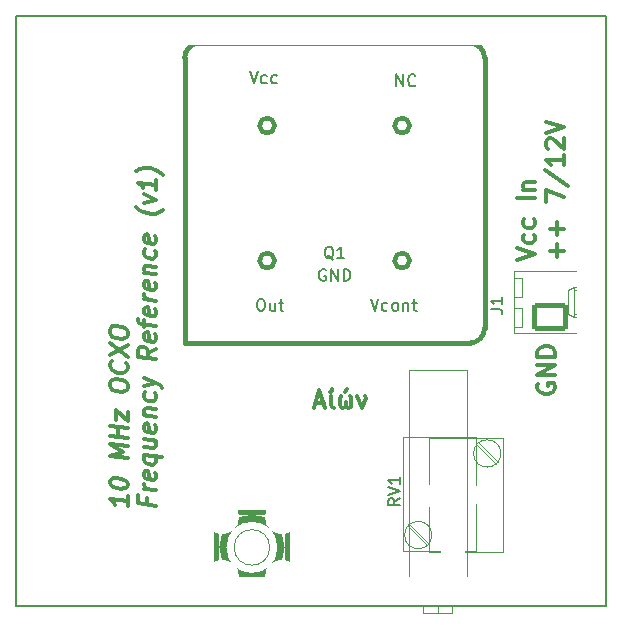
<source format=gto>
G04 #@! TF.GenerationSoftware,KiCad,Pcbnew,8.0.4*
G04 #@! TF.CreationDate,2025-01-27T10:30:07+01:00*
G04 #@! TF.ProjectId,ocxo,6f63786f-2e6b-4696-9361-645f70636258,rev?*
G04 #@! TF.SameCoordinates,Original*
G04 #@! TF.FileFunction,Legend,Top*
G04 #@! TF.FilePolarity,Positive*
%FSLAX46Y46*%
G04 Gerber Fmt 4.6, Leading zero omitted, Abs format (unit mm)*
G04 Created by KiCad (PCBNEW 8.0.4) date 2025-01-27 10:30:07*
%MOMM*%
%LPD*%
G01*
G04 APERTURE LIST*
G04 Aperture macros list*
%AMRoundRect*
0 Rectangle with rounded corners*
0 $1 Rounding radius*
0 $2 $3 $4 $5 $6 $7 $8 $9 X,Y pos of 4 corners*
0 Add a 4 corners polygon primitive as box body*
4,1,4,$2,$3,$4,$5,$6,$7,$8,$9,$2,$3,0*
0 Add four circle primitives for the rounded corners*
1,1,$1+$1,$2,$3*
1,1,$1+$1,$4,$5*
1,1,$1+$1,$6,$7*
1,1,$1+$1,$8,$9*
0 Add four rect primitives between the rounded corners*
20,1,$1+$1,$2,$3,$4,$5,0*
20,1,$1+$1,$4,$5,$6,$7,0*
20,1,$1+$1,$6,$7,$8,$9,0*
20,1,$1+$1,$8,$9,$2,$3,0*%
G04 Aperture macros list end*
%ADD10C,0.300000*%
%ADD11C,0.150000*%
%ADD12C,0.100000*%
%ADD13C,0.120000*%
%ADD14C,0.099060*%
%ADD15C,0.381000*%
%ADD16C,0.400000*%
%ADD17C,1.998980*%
%ADD18C,2.499360*%
%ADD19C,5.900000*%
%ADD20RoundRect,0.200000X1.300000X-1.000000X1.300000X1.000000X-1.300000X1.000000X-1.300000X-1.000000X0*%
%ADD21O,3.000000X2.400000*%
%ADD22C,2.398980*%
%ADD23C,2.899360*%
%ADD24C,2.900000*%
%ADD25C,2.200000*%
%ADD26C,1.840000*%
G04 #@! TA.AperFunction,Profile*
%ADD27C,0.150000*%
G04 #@! TD*
G04 APERTURE END LIST*
D10*
X105357143Y-77749757D02*
X106071429Y-77749757D01*
X105214286Y-78178328D02*
X105714286Y-76678328D01*
X105714286Y-76678328D02*
X106214286Y-78178328D01*
X106714285Y-77178328D02*
X106714285Y-77964042D01*
X106714285Y-77964042D02*
X106785714Y-78106900D01*
X106785714Y-78106900D02*
X106928571Y-78178328D01*
X106642857Y-76821185D02*
X106714285Y-76821185D01*
X106714285Y-76821185D02*
X106785714Y-76749757D01*
X106785714Y-76749757D02*
X106785714Y-76606900D01*
X107928571Y-77678328D02*
X107928571Y-77964042D01*
X107571428Y-77178328D02*
X107499999Y-77249757D01*
X107499999Y-77249757D02*
X107428571Y-77392614D01*
X107428571Y-77392614D02*
X107428571Y-77964042D01*
X107428571Y-77964042D02*
X107499999Y-78106900D01*
X107499999Y-78106900D02*
X107642857Y-78178328D01*
X107642857Y-78178328D02*
X107714285Y-78178328D01*
X107714285Y-78178328D02*
X107857142Y-78106900D01*
X107857142Y-78106900D02*
X107928571Y-77964042D01*
X107928571Y-77964042D02*
X107999999Y-78106900D01*
X107999999Y-78106900D02*
X108142857Y-78178328D01*
X108142857Y-78178328D02*
X108214285Y-78178328D01*
X108214285Y-78178328D02*
X108357142Y-78106900D01*
X108357142Y-78106900D02*
X108428571Y-77964042D01*
X108428571Y-77964042D02*
X108428571Y-77392614D01*
X108428571Y-77392614D02*
X108357142Y-77249757D01*
X108357142Y-77249757D02*
X108285714Y-77178328D01*
X108071428Y-76606900D02*
X107857142Y-76821185D01*
X108928571Y-77178328D02*
X109285714Y-78178328D01*
X109285714Y-78178328D02*
X109642857Y-77392614D01*
X109642857Y-77392614D02*
X109642857Y-77321185D01*
X109642857Y-77321185D02*
X109571428Y-77178328D01*
X124249757Y-76125939D02*
X124178328Y-76268797D01*
X124178328Y-76268797D02*
X124178328Y-76483082D01*
X124178328Y-76483082D02*
X124249757Y-76697368D01*
X124249757Y-76697368D02*
X124392614Y-76840225D01*
X124392614Y-76840225D02*
X124535471Y-76911654D01*
X124535471Y-76911654D02*
X124821185Y-76983082D01*
X124821185Y-76983082D02*
X125035471Y-76983082D01*
X125035471Y-76983082D02*
X125321185Y-76911654D01*
X125321185Y-76911654D02*
X125464042Y-76840225D01*
X125464042Y-76840225D02*
X125606900Y-76697368D01*
X125606900Y-76697368D02*
X125678328Y-76483082D01*
X125678328Y-76483082D02*
X125678328Y-76340225D01*
X125678328Y-76340225D02*
X125606900Y-76125939D01*
X125606900Y-76125939D02*
X125535471Y-76054511D01*
X125535471Y-76054511D02*
X125035471Y-76054511D01*
X125035471Y-76054511D02*
X125035471Y-76340225D01*
X125678328Y-75411654D02*
X124178328Y-75411654D01*
X124178328Y-75411654D02*
X125678328Y-74554511D01*
X125678328Y-74554511D02*
X124178328Y-74554511D01*
X125678328Y-73840225D02*
X124178328Y-73840225D01*
X124178328Y-73840225D02*
X124178328Y-73483082D01*
X124178328Y-73483082D02*
X124249757Y-73268796D01*
X124249757Y-73268796D02*
X124392614Y-73125939D01*
X124392614Y-73125939D02*
X124535471Y-73054510D01*
X124535471Y-73054510D02*
X124821185Y-72983082D01*
X124821185Y-72983082D02*
X125035471Y-72983082D01*
X125035471Y-72983082D02*
X125321185Y-73054510D01*
X125321185Y-73054510D02*
X125464042Y-73125939D01*
X125464042Y-73125939D02*
X125606900Y-73268796D01*
X125606900Y-73268796D02*
X125678328Y-73483082D01*
X125678328Y-73483082D02*
X125678328Y-73840225D01*
X89470870Y-85668703D02*
X89470870Y-86525846D01*
X89470870Y-86097274D02*
X87970870Y-85909774D01*
X87970870Y-85909774D02*
X88185156Y-86079417D01*
X88185156Y-86079417D02*
X88328013Y-86240132D01*
X88328013Y-86240132D02*
X88399442Y-86391917D01*
X87970870Y-84552632D02*
X87970870Y-84409775D01*
X87970870Y-84409775D02*
X88042299Y-84275846D01*
X88042299Y-84275846D02*
X88113727Y-84213346D01*
X88113727Y-84213346D02*
X88256584Y-84159775D01*
X88256584Y-84159775D02*
X88542299Y-84124061D01*
X88542299Y-84124061D02*
X88899442Y-84168703D01*
X88899442Y-84168703D02*
X89185156Y-84275846D01*
X89185156Y-84275846D02*
X89328013Y-84365132D01*
X89328013Y-84365132D02*
X89399442Y-84445489D01*
X89399442Y-84445489D02*
X89470870Y-84597275D01*
X89470870Y-84597275D02*
X89470870Y-84740132D01*
X89470870Y-84740132D02*
X89399442Y-84874061D01*
X89399442Y-84874061D02*
X89328013Y-84936561D01*
X89328013Y-84936561D02*
X89185156Y-84990132D01*
X89185156Y-84990132D02*
X88899442Y-85025846D01*
X88899442Y-85025846D02*
X88542299Y-84981203D01*
X88542299Y-84981203D02*
X88256584Y-84874061D01*
X88256584Y-84874061D02*
X88113727Y-84784775D01*
X88113727Y-84784775D02*
X88042299Y-84704418D01*
X88042299Y-84704418D02*
X87970870Y-84552632D01*
X89470870Y-82454418D02*
X87970870Y-82266918D01*
X87970870Y-82266918D02*
X89042299Y-81900847D01*
X89042299Y-81900847D02*
X87970870Y-81266918D01*
X87970870Y-81266918D02*
X89470870Y-81454418D01*
X89470870Y-80740132D02*
X87970870Y-80552632D01*
X88685156Y-80641918D02*
X88685156Y-79784775D01*
X89470870Y-79882989D02*
X87970870Y-79695489D01*
X88470870Y-79186560D02*
X88470870Y-78400846D01*
X88470870Y-78400846D02*
X89470870Y-79311560D01*
X89470870Y-79311560D02*
X89470870Y-78525846D01*
X87970870Y-76338346D02*
X87970870Y-76052632D01*
X87970870Y-76052632D02*
X88042299Y-75918703D01*
X88042299Y-75918703D02*
X88185156Y-75793703D01*
X88185156Y-75793703D02*
X88470870Y-75757989D01*
X88470870Y-75757989D02*
X88970870Y-75820489D01*
X88970870Y-75820489D02*
X89256584Y-75927632D01*
X89256584Y-75927632D02*
X89399442Y-76088346D01*
X89399442Y-76088346D02*
X89470870Y-76240132D01*
X89470870Y-76240132D02*
X89470870Y-76525846D01*
X89470870Y-76525846D02*
X89399442Y-76659775D01*
X89399442Y-76659775D02*
X89256584Y-76784775D01*
X89256584Y-76784775D02*
X88970870Y-76820489D01*
X88970870Y-76820489D02*
X88470870Y-76757989D01*
X88470870Y-76757989D02*
X88185156Y-76650846D01*
X88185156Y-76650846D02*
X88042299Y-76490132D01*
X88042299Y-76490132D02*
X87970870Y-76338346D01*
X89328013Y-74365131D02*
X89399442Y-74445488D01*
X89399442Y-74445488D02*
X89470870Y-74668703D01*
X89470870Y-74668703D02*
X89470870Y-74811560D01*
X89470870Y-74811560D02*
X89399442Y-75016917D01*
X89399442Y-75016917D02*
X89256584Y-75141917D01*
X89256584Y-75141917D02*
X89113727Y-75195488D01*
X89113727Y-75195488D02*
X88828013Y-75231203D01*
X88828013Y-75231203D02*
X88613727Y-75204417D01*
X88613727Y-75204417D02*
X88328013Y-75097274D01*
X88328013Y-75097274D02*
X88185156Y-75007988D01*
X88185156Y-75007988D02*
X88042299Y-74847274D01*
X88042299Y-74847274D02*
X87970870Y-74624060D01*
X87970870Y-74624060D02*
X87970870Y-74481203D01*
X87970870Y-74481203D02*
X88042299Y-74275846D01*
X88042299Y-74275846D02*
X88113727Y-74213346D01*
X87970870Y-73695488D02*
X89470870Y-72882988D01*
X87970870Y-72695488D02*
X89470870Y-73882988D01*
X87970870Y-71838346D02*
X87970870Y-71552632D01*
X87970870Y-71552632D02*
X88042299Y-71418703D01*
X88042299Y-71418703D02*
X88185156Y-71293703D01*
X88185156Y-71293703D02*
X88470870Y-71257989D01*
X88470870Y-71257989D02*
X88970870Y-71320489D01*
X88970870Y-71320489D02*
X89256584Y-71427632D01*
X89256584Y-71427632D02*
X89399442Y-71588346D01*
X89399442Y-71588346D02*
X89470870Y-71740132D01*
X89470870Y-71740132D02*
X89470870Y-72025846D01*
X89470870Y-72025846D02*
X89399442Y-72159775D01*
X89399442Y-72159775D02*
X89256584Y-72284775D01*
X89256584Y-72284775D02*
X88970870Y-72320489D01*
X88970870Y-72320489D02*
X88470870Y-72257989D01*
X88470870Y-72257989D02*
X88185156Y-72150846D01*
X88185156Y-72150846D02*
X88042299Y-71990132D01*
X88042299Y-71990132D02*
X87970870Y-71838346D01*
X91100072Y-85856203D02*
X91100072Y-86356203D01*
X91885786Y-86454417D02*
X90385786Y-86266917D01*
X90385786Y-86266917D02*
X90385786Y-85552632D01*
X91885786Y-85168703D02*
X90885786Y-85043703D01*
X91171500Y-85079418D02*
X91028643Y-84990132D01*
X91028643Y-84990132D02*
X90957215Y-84909775D01*
X90957215Y-84909775D02*
X90885786Y-84757989D01*
X90885786Y-84757989D02*
X90885786Y-84615132D01*
X91814358Y-83659775D02*
X91885786Y-83811561D01*
X91885786Y-83811561D02*
X91885786Y-84097275D01*
X91885786Y-84097275D02*
X91814358Y-84231204D01*
X91814358Y-84231204D02*
X91671500Y-84284775D01*
X91671500Y-84284775D02*
X91100072Y-84213347D01*
X91100072Y-84213347D02*
X90957215Y-84124061D01*
X90957215Y-84124061D02*
X90885786Y-83972275D01*
X90885786Y-83972275D02*
X90885786Y-83686561D01*
X90885786Y-83686561D02*
X90957215Y-83552632D01*
X90957215Y-83552632D02*
X91100072Y-83499061D01*
X91100072Y-83499061D02*
X91242929Y-83516918D01*
X91242929Y-83516918D02*
X91385786Y-84249061D01*
X90885786Y-82186561D02*
X92385786Y-82374061D01*
X91814358Y-82302633D02*
X91885786Y-82454418D01*
X91885786Y-82454418D02*
X91885786Y-82740133D01*
X91885786Y-82740133D02*
X91814358Y-82874061D01*
X91814358Y-82874061D02*
X91742929Y-82936561D01*
X91742929Y-82936561D02*
X91600072Y-82990133D01*
X91600072Y-82990133D02*
X91171500Y-82936561D01*
X91171500Y-82936561D02*
X91028643Y-82847275D01*
X91028643Y-82847275D02*
X90957215Y-82766918D01*
X90957215Y-82766918D02*
X90885786Y-82615133D01*
X90885786Y-82615133D02*
X90885786Y-82329418D01*
X90885786Y-82329418D02*
X90957215Y-82195490D01*
X90885786Y-80829418D02*
X91885786Y-80954418D01*
X90885786Y-81472275D02*
X91671500Y-81570490D01*
X91671500Y-81570490D02*
X91814358Y-81516918D01*
X91814358Y-81516918D02*
X91885786Y-81382990D01*
X91885786Y-81382990D02*
X91885786Y-81168704D01*
X91885786Y-81168704D02*
X91814358Y-81016918D01*
X91814358Y-81016918D02*
X91742929Y-80936561D01*
X91814358Y-79659775D02*
X91885786Y-79811561D01*
X91885786Y-79811561D02*
X91885786Y-80097275D01*
X91885786Y-80097275D02*
X91814358Y-80231204D01*
X91814358Y-80231204D02*
X91671500Y-80284775D01*
X91671500Y-80284775D02*
X91100072Y-80213347D01*
X91100072Y-80213347D02*
X90957215Y-80124061D01*
X90957215Y-80124061D02*
X90885786Y-79972275D01*
X90885786Y-79972275D02*
X90885786Y-79686561D01*
X90885786Y-79686561D02*
X90957215Y-79552632D01*
X90957215Y-79552632D02*
X91100072Y-79499061D01*
X91100072Y-79499061D02*
X91242929Y-79516918D01*
X91242929Y-79516918D02*
X91385786Y-80249061D01*
X90885786Y-78829418D02*
X91885786Y-78954418D01*
X91028643Y-78847275D02*
X90957215Y-78766918D01*
X90957215Y-78766918D02*
X90885786Y-78615133D01*
X90885786Y-78615133D02*
X90885786Y-78400847D01*
X90885786Y-78400847D02*
X90957215Y-78266918D01*
X90957215Y-78266918D02*
X91100072Y-78213347D01*
X91100072Y-78213347D02*
X91885786Y-78311561D01*
X91814358Y-76945490D02*
X91885786Y-77097275D01*
X91885786Y-77097275D02*
X91885786Y-77382990D01*
X91885786Y-77382990D02*
X91814358Y-77516918D01*
X91814358Y-77516918D02*
X91742929Y-77579418D01*
X91742929Y-77579418D02*
X91600072Y-77632990D01*
X91600072Y-77632990D02*
X91171500Y-77579418D01*
X91171500Y-77579418D02*
X91028643Y-77490132D01*
X91028643Y-77490132D02*
X90957215Y-77409775D01*
X90957215Y-77409775D02*
X90885786Y-77257990D01*
X90885786Y-77257990D02*
X90885786Y-76972275D01*
X90885786Y-76972275D02*
X90957215Y-76838347D01*
X90885786Y-76329418D02*
X91885786Y-76097276D01*
X90885786Y-75615133D02*
X91885786Y-76097276D01*
X91885786Y-76097276D02*
X92242929Y-76284776D01*
X92242929Y-76284776D02*
X92314358Y-76365133D01*
X92314358Y-76365133D02*
X92385786Y-76516918D01*
X91885786Y-73168704D02*
X91171500Y-73579419D01*
X91885786Y-74025847D02*
X90385786Y-73838347D01*
X90385786Y-73838347D02*
X90385786Y-73266919D01*
X90385786Y-73266919D02*
X90457215Y-73132990D01*
X90457215Y-73132990D02*
X90528643Y-73070490D01*
X90528643Y-73070490D02*
X90671500Y-73016919D01*
X90671500Y-73016919D02*
X90885786Y-73043704D01*
X90885786Y-73043704D02*
X91028643Y-73132990D01*
X91028643Y-73132990D02*
X91100072Y-73213347D01*
X91100072Y-73213347D02*
X91171500Y-73365133D01*
X91171500Y-73365133D02*
X91171500Y-73936562D01*
X91814358Y-71945490D02*
X91885786Y-72097276D01*
X91885786Y-72097276D02*
X91885786Y-72382990D01*
X91885786Y-72382990D02*
X91814358Y-72516919D01*
X91814358Y-72516919D02*
X91671500Y-72570490D01*
X91671500Y-72570490D02*
X91100072Y-72499062D01*
X91100072Y-72499062D02*
X90957215Y-72409776D01*
X90957215Y-72409776D02*
X90885786Y-72257990D01*
X90885786Y-72257990D02*
X90885786Y-71972276D01*
X90885786Y-71972276D02*
X90957215Y-71838347D01*
X90957215Y-71838347D02*
X91100072Y-71784776D01*
X91100072Y-71784776D02*
X91242929Y-71802633D01*
X91242929Y-71802633D02*
X91385786Y-72534776D01*
X90885786Y-71329419D02*
X90885786Y-70757990D01*
X91885786Y-71240133D02*
X90600072Y-71079419D01*
X90600072Y-71079419D02*
X90457215Y-70990133D01*
X90457215Y-70990133D02*
X90385786Y-70838348D01*
X90385786Y-70838348D02*
X90385786Y-70695490D01*
X91814358Y-69802633D02*
X91885786Y-69954419D01*
X91885786Y-69954419D02*
X91885786Y-70240133D01*
X91885786Y-70240133D02*
X91814358Y-70374062D01*
X91814358Y-70374062D02*
X91671500Y-70427633D01*
X91671500Y-70427633D02*
X91100072Y-70356205D01*
X91100072Y-70356205D02*
X90957215Y-70266919D01*
X90957215Y-70266919D02*
X90885786Y-70115133D01*
X90885786Y-70115133D02*
X90885786Y-69829419D01*
X90885786Y-69829419D02*
X90957215Y-69695490D01*
X90957215Y-69695490D02*
X91100072Y-69641919D01*
X91100072Y-69641919D02*
X91242929Y-69659776D01*
X91242929Y-69659776D02*
X91385786Y-70391919D01*
X91885786Y-69097276D02*
X90885786Y-68972276D01*
X91171500Y-69007991D02*
X91028643Y-68918705D01*
X91028643Y-68918705D02*
X90957215Y-68838348D01*
X90957215Y-68838348D02*
X90885786Y-68686562D01*
X90885786Y-68686562D02*
X90885786Y-68543705D01*
X91814358Y-67588348D02*
X91885786Y-67740134D01*
X91885786Y-67740134D02*
X91885786Y-68025848D01*
X91885786Y-68025848D02*
X91814358Y-68159777D01*
X91814358Y-68159777D02*
X91671500Y-68213348D01*
X91671500Y-68213348D02*
X91100072Y-68141920D01*
X91100072Y-68141920D02*
X90957215Y-68052634D01*
X90957215Y-68052634D02*
X90885786Y-67900848D01*
X90885786Y-67900848D02*
X90885786Y-67615134D01*
X90885786Y-67615134D02*
X90957215Y-67481205D01*
X90957215Y-67481205D02*
X91100072Y-67427634D01*
X91100072Y-67427634D02*
X91242929Y-67445491D01*
X91242929Y-67445491D02*
X91385786Y-68177634D01*
X90885786Y-66757991D02*
X91885786Y-66882991D01*
X91028643Y-66775848D02*
X90957215Y-66695491D01*
X90957215Y-66695491D02*
X90885786Y-66543706D01*
X90885786Y-66543706D02*
X90885786Y-66329420D01*
X90885786Y-66329420D02*
X90957215Y-66195491D01*
X90957215Y-66195491D02*
X91100072Y-66141920D01*
X91100072Y-66141920D02*
X91885786Y-66240134D01*
X91814358Y-64874063D02*
X91885786Y-65025848D01*
X91885786Y-65025848D02*
X91885786Y-65311563D01*
X91885786Y-65311563D02*
X91814358Y-65445491D01*
X91814358Y-65445491D02*
X91742929Y-65507991D01*
X91742929Y-65507991D02*
X91600072Y-65561563D01*
X91600072Y-65561563D02*
X91171500Y-65507991D01*
X91171500Y-65507991D02*
X91028643Y-65418705D01*
X91028643Y-65418705D02*
X90957215Y-65338348D01*
X90957215Y-65338348D02*
X90885786Y-65186563D01*
X90885786Y-65186563D02*
X90885786Y-64900848D01*
X90885786Y-64900848D02*
X90957215Y-64766920D01*
X91814358Y-63659777D02*
X91885786Y-63811563D01*
X91885786Y-63811563D02*
X91885786Y-64097277D01*
X91885786Y-64097277D02*
X91814358Y-64231206D01*
X91814358Y-64231206D02*
X91671500Y-64284777D01*
X91671500Y-64284777D02*
X91100072Y-64213349D01*
X91100072Y-64213349D02*
X90957215Y-64124063D01*
X90957215Y-64124063D02*
X90885786Y-63972277D01*
X90885786Y-63972277D02*
X90885786Y-63686563D01*
X90885786Y-63686563D02*
X90957215Y-63552634D01*
X90957215Y-63552634D02*
X91100072Y-63499063D01*
X91100072Y-63499063D02*
X91242929Y-63516920D01*
X91242929Y-63516920D02*
X91385786Y-64249063D01*
X92457215Y-61454420D02*
X92385786Y-61516920D01*
X92385786Y-61516920D02*
X92171500Y-61632992D01*
X92171500Y-61632992D02*
X92028643Y-61686563D01*
X92028643Y-61686563D02*
X91814358Y-61731206D01*
X91814358Y-61731206D02*
X91457215Y-61757992D01*
X91457215Y-61757992D02*
X91171500Y-61722278D01*
X91171500Y-61722278D02*
X90814358Y-61606206D01*
X90814358Y-61606206D02*
X90600072Y-61507992D01*
X90600072Y-61507992D02*
X90457215Y-61418706D01*
X90457215Y-61418706D02*
X90242929Y-61249063D01*
X90242929Y-61249063D02*
X90171500Y-61168706D01*
X90885786Y-60829420D02*
X91885786Y-60597278D01*
X91885786Y-60597278D02*
X90885786Y-60115135D01*
X91885786Y-58882992D02*
X91885786Y-59740135D01*
X91885786Y-59311563D02*
X90385786Y-59124063D01*
X90385786Y-59124063D02*
X90600072Y-59293706D01*
X90600072Y-59293706D02*
X90742929Y-59454421D01*
X90742929Y-59454421D02*
X90814358Y-59606206D01*
X92457215Y-58454421D02*
X92385786Y-58374064D01*
X92385786Y-58374064D02*
X92171500Y-58204421D01*
X92171500Y-58204421D02*
X92028643Y-58115135D01*
X92028643Y-58115135D02*
X91814358Y-58016921D01*
X91814358Y-58016921D02*
X91457215Y-57900850D01*
X91457215Y-57900850D02*
X91171500Y-57865135D01*
X91171500Y-57865135D02*
X90814358Y-57891921D01*
X90814358Y-57891921D02*
X90600072Y-57936564D01*
X90600072Y-57936564D02*
X90457215Y-57990135D01*
X90457215Y-57990135D02*
X90242929Y-58106207D01*
X90242929Y-58106207D02*
X90171500Y-58168707D01*
X122470870Y-65659774D02*
X123970870Y-65159774D01*
X123970870Y-65159774D02*
X122470870Y-64659774D01*
X123899442Y-63516918D02*
X123970870Y-63659775D01*
X123970870Y-63659775D02*
X123970870Y-63945489D01*
X123970870Y-63945489D02*
X123899442Y-64088346D01*
X123899442Y-64088346D02*
X123828013Y-64159775D01*
X123828013Y-64159775D02*
X123685156Y-64231203D01*
X123685156Y-64231203D02*
X123256584Y-64231203D01*
X123256584Y-64231203D02*
X123113727Y-64159775D01*
X123113727Y-64159775D02*
X123042299Y-64088346D01*
X123042299Y-64088346D02*
X122970870Y-63945489D01*
X122970870Y-63945489D02*
X122970870Y-63659775D01*
X122970870Y-63659775D02*
X123042299Y-63516918D01*
X123899442Y-62231204D02*
X123970870Y-62374061D01*
X123970870Y-62374061D02*
X123970870Y-62659775D01*
X123970870Y-62659775D02*
X123899442Y-62802632D01*
X123899442Y-62802632D02*
X123828013Y-62874061D01*
X123828013Y-62874061D02*
X123685156Y-62945489D01*
X123685156Y-62945489D02*
X123256584Y-62945489D01*
X123256584Y-62945489D02*
X123113727Y-62874061D01*
X123113727Y-62874061D02*
X123042299Y-62802632D01*
X123042299Y-62802632D02*
X122970870Y-62659775D01*
X122970870Y-62659775D02*
X122970870Y-62374061D01*
X122970870Y-62374061D02*
X123042299Y-62231204D01*
X123970870Y-60445490D02*
X122470870Y-60445490D01*
X122970870Y-59731204D02*
X123970870Y-59731204D01*
X123113727Y-59731204D02*
X123042299Y-59659775D01*
X123042299Y-59659775D02*
X122970870Y-59516918D01*
X122970870Y-59516918D02*
X122970870Y-59302632D01*
X122970870Y-59302632D02*
X123042299Y-59159775D01*
X123042299Y-59159775D02*
X123185156Y-59088347D01*
X123185156Y-59088347D02*
X123970870Y-59088347D01*
X125814358Y-65445489D02*
X125814358Y-64302632D01*
X126385786Y-64874060D02*
X125242929Y-64874060D01*
X125814358Y-63588346D02*
X125814358Y-62445489D01*
X126385786Y-63016917D02*
X125242929Y-63016917D01*
X124885786Y-60731203D02*
X124885786Y-59731203D01*
X124885786Y-59731203D02*
X126385786Y-60374060D01*
X124814358Y-58088346D02*
X126742929Y-59374060D01*
X126385786Y-56802631D02*
X126385786Y-57659774D01*
X126385786Y-57231203D02*
X124885786Y-57231203D01*
X124885786Y-57231203D02*
X125100072Y-57374060D01*
X125100072Y-57374060D02*
X125242929Y-57516917D01*
X125242929Y-57516917D02*
X125314358Y-57659774D01*
X125028643Y-56231203D02*
X124957215Y-56159775D01*
X124957215Y-56159775D02*
X124885786Y-56016918D01*
X124885786Y-56016918D02*
X124885786Y-55659775D01*
X124885786Y-55659775D02*
X124957215Y-55516918D01*
X124957215Y-55516918D02*
X125028643Y-55445489D01*
X125028643Y-55445489D02*
X125171500Y-55374060D01*
X125171500Y-55374060D02*
X125314358Y-55374060D01*
X125314358Y-55374060D02*
X125528643Y-55445489D01*
X125528643Y-55445489D02*
X126385786Y-56302632D01*
X126385786Y-56302632D02*
X126385786Y-55374060D01*
X124885786Y-54945489D02*
X126385786Y-54445489D01*
X126385786Y-54445489D02*
X124885786Y-53945489D01*
D11*
X120204819Y-69833333D02*
X120919104Y-69833333D01*
X120919104Y-69833333D02*
X121061961Y-69880952D01*
X121061961Y-69880952D02*
X121157200Y-69976190D01*
X121157200Y-69976190D02*
X121204819Y-70119047D01*
X121204819Y-70119047D02*
X121204819Y-70214285D01*
X121204819Y-68833333D02*
X121204819Y-69404761D01*
X121204819Y-69119047D02*
X120204819Y-69119047D01*
X120204819Y-69119047D02*
X120347676Y-69214285D01*
X120347676Y-69214285D02*
X120442914Y-69309523D01*
X120442914Y-69309523D02*
X120490533Y-69404761D01*
D12*
X99833333Y-94476109D02*
X99833333Y-94833252D01*
X99833333Y-94833252D02*
X99809524Y-94904680D01*
X99809524Y-94904680D02*
X99761905Y-94952300D01*
X99761905Y-94952300D02*
X99690476Y-94976109D01*
X99690476Y-94976109D02*
X99642857Y-94976109D01*
X100023809Y-94476109D02*
X100333333Y-94476109D01*
X100333333Y-94476109D02*
X100166666Y-94666585D01*
X100166666Y-94666585D02*
X100238095Y-94666585D01*
X100238095Y-94666585D02*
X100285714Y-94690395D01*
X100285714Y-94690395D02*
X100309523Y-94714204D01*
X100309523Y-94714204D02*
X100333333Y-94761823D01*
X100333333Y-94761823D02*
X100333333Y-94880871D01*
X100333333Y-94880871D02*
X100309523Y-94928490D01*
X100309523Y-94928490D02*
X100285714Y-94952300D01*
X100285714Y-94952300D02*
X100238095Y-94976109D01*
X100238095Y-94976109D02*
X100095238Y-94976109D01*
X100095238Y-94976109D02*
X100047619Y-94952300D01*
X100047619Y-94952300D02*
X100023809Y-94928490D01*
D11*
X106904761Y-65630057D02*
X106809523Y-65582438D01*
X106809523Y-65582438D02*
X106714285Y-65487200D01*
X106714285Y-65487200D02*
X106571428Y-65344342D01*
X106571428Y-65344342D02*
X106476190Y-65296723D01*
X106476190Y-65296723D02*
X106380952Y-65296723D01*
X106428571Y-65534819D02*
X106333333Y-65487200D01*
X106333333Y-65487200D02*
X106238095Y-65391961D01*
X106238095Y-65391961D02*
X106190476Y-65201485D01*
X106190476Y-65201485D02*
X106190476Y-64868152D01*
X106190476Y-64868152D02*
X106238095Y-64677676D01*
X106238095Y-64677676D02*
X106333333Y-64582438D01*
X106333333Y-64582438D02*
X106428571Y-64534819D01*
X106428571Y-64534819D02*
X106619047Y-64534819D01*
X106619047Y-64534819D02*
X106714285Y-64582438D01*
X106714285Y-64582438D02*
X106809523Y-64677676D01*
X106809523Y-64677676D02*
X106857142Y-64868152D01*
X106857142Y-64868152D02*
X106857142Y-65201485D01*
X106857142Y-65201485D02*
X106809523Y-65391961D01*
X106809523Y-65391961D02*
X106714285Y-65487200D01*
X106714285Y-65487200D02*
X106619047Y-65534819D01*
X106619047Y-65534819D02*
X106428571Y-65534819D01*
X107809523Y-65534819D02*
X107238095Y-65534819D01*
X107523809Y-65534819D02*
X107523809Y-64534819D01*
X107523809Y-64534819D02*
X107428571Y-64677676D01*
X107428571Y-64677676D02*
X107333333Y-64772914D01*
X107333333Y-64772914D02*
X107238095Y-64820533D01*
X110047619Y-68954819D02*
X110380952Y-69954819D01*
X110380952Y-69954819D02*
X110714285Y-68954819D01*
X111476190Y-69907200D02*
X111380952Y-69954819D01*
X111380952Y-69954819D02*
X111190476Y-69954819D01*
X111190476Y-69954819D02*
X111095238Y-69907200D01*
X111095238Y-69907200D02*
X111047619Y-69859580D01*
X111047619Y-69859580D02*
X111000000Y-69764342D01*
X111000000Y-69764342D02*
X111000000Y-69478628D01*
X111000000Y-69478628D02*
X111047619Y-69383390D01*
X111047619Y-69383390D02*
X111095238Y-69335771D01*
X111095238Y-69335771D02*
X111190476Y-69288152D01*
X111190476Y-69288152D02*
X111380952Y-69288152D01*
X111380952Y-69288152D02*
X111476190Y-69335771D01*
X112047619Y-69954819D02*
X111952381Y-69907200D01*
X111952381Y-69907200D02*
X111904762Y-69859580D01*
X111904762Y-69859580D02*
X111857143Y-69764342D01*
X111857143Y-69764342D02*
X111857143Y-69478628D01*
X111857143Y-69478628D02*
X111904762Y-69383390D01*
X111904762Y-69383390D02*
X111952381Y-69335771D01*
X111952381Y-69335771D02*
X112047619Y-69288152D01*
X112047619Y-69288152D02*
X112190476Y-69288152D01*
X112190476Y-69288152D02*
X112285714Y-69335771D01*
X112285714Y-69335771D02*
X112333333Y-69383390D01*
X112333333Y-69383390D02*
X112380952Y-69478628D01*
X112380952Y-69478628D02*
X112380952Y-69764342D01*
X112380952Y-69764342D02*
X112333333Y-69859580D01*
X112333333Y-69859580D02*
X112285714Y-69907200D01*
X112285714Y-69907200D02*
X112190476Y-69954819D01*
X112190476Y-69954819D02*
X112047619Y-69954819D01*
X112809524Y-69288152D02*
X112809524Y-69954819D01*
X112809524Y-69383390D02*
X112857143Y-69335771D01*
X112857143Y-69335771D02*
X112952381Y-69288152D01*
X112952381Y-69288152D02*
X113095238Y-69288152D01*
X113095238Y-69288152D02*
X113190476Y-69335771D01*
X113190476Y-69335771D02*
X113238095Y-69431009D01*
X113238095Y-69431009D02*
X113238095Y-69954819D01*
X113571429Y-69288152D02*
X113952381Y-69288152D01*
X113714286Y-68954819D02*
X113714286Y-69811961D01*
X113714286Y-69811961D02*
X113761905Y-69907200D01*
X113761905Y-69907200D02*
X113857143Y-69954819D01*
X113857143Y-69954819D02*
X113952381Y-69954819D01*
X112214286Y-50954819D02*
X112214286Y-49954819D01*
X112214286Y-49954819D02*
X112785714Y-50954819D01*
X112785714Y-50954819D02*
X112785714Y-49954819D01*
X113833333Y-50859580D02*
X113785714Y-50907200D01*
X113785714Y-50907200D02*
X113642857Y-50954819D01*
X113642857Y-50954819D02*
X113547619Y-50954819D01*
X113547619Y-50954819D02*
X113404762Y-50907200D01*
X113404762Y-50907200D02*
X113309524Y-50811961D01*
X113309524Y-50811961D02*
X113261905Y-50716723D01*
X113261905Y-50716723D02*
X113214286Y-50526247D01*
X113214286Y-50526247D02*
X113214286Y-50383390D01*
X113214286Y-50383390D02*
X113261905Y-50192914D01*
X113261905Y-50192914D02*
X113309524Y-50097676D01*
X113309524Y-50097676D02*
X113404762Y-50002438D01*
X113404762Y-50002438D02*
X113547619Y-49954819D01*
X113547619Y-49954819D02*
X113642857Y-49954819D01*
X113642857Y-49954819D02*
X113785714Y-50002438D01*
X113785714Y-50002438D02*
X113833333Y-50050057D01*
X100666666Y-68954819D02*
X100857142Y-68954819D01*
X100857142Y-68954819D02*
X100952380Y-69002438D01*
X100952380Y-69002438D02*
X101047618Y-69097676D01*
X101047618Y-69097676D02*
X101095237Y-69288152D01*
X101095237Y-69288152D02*
X101095237Y-69621485D01*
X101095237Y-69621485D02*
X101047618Y-69811961D01*
X101047618Y-69811961D02*
X100952380Y-69907200D01*
X100952380Y-69907200D02*
X100857142Y-69954819D01*
X100857142Y-69954819D02*
X100666666Y-69954819D01*
X100666666Y-69954819D02*
X100571428Y-69907200D01*
X100571428Y-69907200D02*
X100476190Y-69811961D01*
X100476190Y-69811961D02*
X100428571Y-69621485D01*
X100428571Y-69621485D02*
X100428571Y-69288152D01*
X100428571Y-69288152D02*
X100476190Y-69097676D01*
X100476190Y-69097676D02*
X100571428Y-69002438D01*
X100571428Y-69002438D02*
X100666666Y-68954819D01*
X101952380Y-69288152D02*
X101952380Y-69954819D01*
X101523809Y-69288152D02*
X101523809Y-69811961D01*
X101523809Y-69811961D02*
X101571428Y-69907200D01*
X101571428Y-69907200D02*
X101666666Y-69954819D01*
X101666666Y-69954819D02*
X101809523Y-69954819D01*
X101809523Y-69954819D02*
X101904761Y-69907200D01*
X101904761Y-69907200D02*
X101952380Y-69859580D01*
X102285714Y-69288152D02*
X102666666Y-69288152D01*
X102428571Y-68954819D02*
X102428571Y-69811961D01*
X102428571Y-69811961D02*
X102476190Y-69907200D01*
X102476190Y-69907200D02*
X102571428Y-69954819D01*
X102571428Y-69954819D02*
X102666666Y-69954819D01*
X106238095Y-66487438D02*
X106142857Y-66439819D01*
X106142857Y-66439819D02*
X106000000Y-66439819D01*
X106000000Y-66439819D02*
X105857143Y-66487438D01*
X105857143Y-66487438D02*
X105761905Y-66582676D01*
X105761905Y-66582676D02*
X105714286Y-66677914D01*
X105714286Y-66677914D02*
X105666667Y-66868390D01*
X105666667Y-66868390D02*
X105666667Y-67011247D01*
X105666667Y-67011247D02*
X105714286Y-67201723D01*
X105714286Y-67201723D02*
X105761905Y-67296961D01*
X105761905Y-67296961D02*
X105857143Y-67392200D01*
X105857143Y-67392200D02*
X106000000Y-67439819D01*
X106000000Y-67439819D02*
X106095238Y-67439819D01*
X106095238Y-67439819D02*
X106238095Y-67392200D01*
X106238095Y-67392200D02*
X106285714Y-67344580D01*
X106285714Y-67344580D02*
X106285714Y-67011247D01*
X106285714Y-67011247D02*
X106095238Y-67011247D01*
X106714286Y-67439819D02*
X106714286Y-66439819D01*
X106714286Y-66439819D02*
X107285714Y-67439819D01*
X107285714Y-67439819D02*
X107285714Y-66439819D01*
X107761905Y-67439819D02*
X107761905Y-66439819D01*
X107761905Y-66439819D02*
X108000000Y-66439819D01*
X108000000Y-66439819D02*
X108142857Y-66487438D01*
X108142857Y-66487438D02*
X108238095Y-66582676D01*
X108238095Y-66582676D02*
X108285714Y-66677914D01*
X108285714Y-66677914D02*
X108333333Y-66868390D01*
X108333333Y-66868390D02*
X108333333Y-67011247D01*
X108333333Y-67011247D02*
X108285714Y-67201723D01*
X108285714Y-67201723D02*
X108238095Y-67296961D01*
X108238095Y-67296961D02*
X108142857Y-67392200D01*
X108142857Y-67392200D02*
X108000000Y-67439819D01*
X108000000Y-67439819D02*
X107761905Y-67439819D01*
X99809524Y-49704819D02*
X100142857Y-50704819D01*
X100142857Y-50704819D02*
X100476190Y-49704819D01*
X101238095Y-50657200D02*
X101142857Y-50704819D01*
X101142857Y-50704819D02*
X100952381Y-50704819D01*
X100952381Y-50704819D02*
X100857143Y-50657200D01*
X100857143Y-50657200D02*
X100809524Y-50609580D01*
X100809524Y-50609580D02*
X100761905Y-50514342D01*
X100761905Y-50514342D02*
X100761905Y-50228628D01*
X100761905Y-50228628D02*
X100809524Y-50133390D01*
X100809524Y-50133390D02*
X100857143Y-50085771D01*
X100857143Y-50085771D02*
X100952381Y-50038152D01*
X100952381Y-50038152D02*
X101142857Y-50038152D01*
X101142857Y-50038152D02*
X101238095Y-50085771D01*
X102095238Y-50657200D02*
X102000000Y-50704819D01*
X102000000Y-50704819D02*
X101809524Y-50704819D01*
X101809524Y-50704819D02*
X101714286Y-50657200D01*
X101714286Y-50657200D02*
X101666667Y-50609580D01*
X101666667Y-50609580D02*
X101619048Y-50514342D01*
X101619048Y-50514342D02*
X101619048Y-50228628D01*
X101619048Y-50228628D02*
X101666667Y-50133390D01*
X101666667Y-50133390D02*
X101714286Y-50085771D01*
X101714286Y-50085771D02*
X101809524Y-50038152D01*
X101809524Y-50038152D02*
X102000000Y-50038152D01*
X102000000Y-50038152D02*
X102095238Y-50085771D01*
X112534819Y-85855238D02*
X112058628Y-86188571D01*
X112534819Y-86426666D02*
X111534819Y-86426666D01*
X111534819Y-86426666D02*
X111534819Y-86045714D01*
X111534819Y-86045714D02*
X111582438Y-85950476D01*
X111582438Y-85950476D02*
X111630057Y-85902857D01*
X111630057Y-85902857D02*
X111725295Y-85855238D01*
X111725295Y-85855238D02*
X111868152Y-85855238D01*
X111868152Y-85855238D02*
X111963390Y-85902857D01*
X111963390Y-85902857D02*
X112011009Y-85950476D01*
X112011009Y-85950476D02*
X112058628Y-86045714D01*
X112058628Y-86045714D02*
X112058628Y-86426666D01*
X111534819Y-85569523D02*
X112534819Y-85236190D01*
X112534819Y-85236190D02*
X111534819Y-84902857D01*
X112534819Y-84045714D02*
X112534819Y-84617142D01*
X112534819Y-84331428D02*
X111534819Y-84331428D01*
X111534819Y-84331428D02*
X111677676Y-84426666D01*
X111677676Y-84426666D02*
X111772914Y-84521904D01*
X111772914Y-84521904D02*
X111820533Y-84617142D01*
D13*
X122230000Y-71870000D02*
X128230000Y-71870000D01*
X128230000Y-71870000D02*
X128230000Y-66590000D01*
X128230000Y-66590000D02*
X122230000Y-66590000D01*
X122230000Y-66590000D02*
X122230000Y-71870000D01*
X128230000Y-70500000D02*
X127230000Y-70500000D01*
X127230000Y-70500000D02*
X127230000Y-67960000D01*
X127230000Y-67960000D02*
X128230000Y-67960000D01*
X127230000Y-70500000D02*
X126800000Y-70250000D01*
X126800000Y-70250000D02*
X126800000Y-68210000D01*
X126800000Y-68210000D02*
X127230000Y-67960000D01*
X128230000Y-70250000D02*
X127230000Y-70250000D01*
X128230000Y-68210000D02*
X127230000Y-68210000D01*
X122230000Y-71300000D02*
X122850000Y-71300000D01*
X122850000Y-71300000D02*
X122850000Y-69700000D01*
X122850000Y-69700000D02*
X122230000Y-69700000D01*
X122230000Y-68760000D02*
X122850000Y-68760000D01*
X122850000Y-68760000D02*
X122850000Y-67160000D01*
X122850000Y-67160000D02*
X122230000Y-67160000D01*
D14*
X100500380Y-90000000D02*
G75*
G02*
X99499620Y-90000000I-500380J0D01*
G01*
X99499620Y-90000000D02*
G75*
G02*
X100500380Y-90000000I500380J0D01*
G01*
X101501140Y-90000000D02*
G75*
G02*
X98498860Y-90000000I-1501140J0D01*
G01*
X98498860Y-90000000D02*
G75*
G02*
X101501140Y-90000000I1501140J0D01*
G01*
D15*
X102548957Y-90000000D02*
G75*
G02*
X97451043Y-90000000I-2548957J0D01*
G01*
X97451043Y-90000000D02*
G75*
G02*
X102548957Y-90000000I2548957J0D01*
G01*
X97000260Y-87000260D02*
X102999740Y-87000260D01*
X102999740Y-87000260D02*
X102999740Y-92999740D01*
X102999740Y-92999740D02*
X97000260Y-92999740D01*
X97000260Y-92999740D02*
X97000260Y-87000260D01*
X102371904Y-90000000D02*
G75*
G02*
X97628096Y-90000000I-2371904J0D01*
G01*
X97628096Y-90000000D02*
G75*
G02*
X102371904Y-90000000I2371904J0D01*
G01*
D16*
X101920000Y-54285000D02*
G75*
G02*
X100650000Y-54285000I-635000J0D01*
G01*
X100650000Y-54285000D02*
G75*
G02*
X101920000Y-54285000I635000J0D01*
G01*
X101920000Y-65715000D02*
G75*
G02*
X100650000Y-65715000I-635000J0D01*
G01*
X100650000Y-65715000D02*
G75*
G02*
X101920000Y-65715000I635000J0D01*
G01*
X113350000Y-65715000D02*
G75*
G02*
X112080000Y-65715000I-635000J0D01*
G01*
X112080000Y-65715000D02*
G75*
G02*
X113350000Y-65715000I635000J0D01*
G01*
X113350000Y-54285000D02*
G75*
G02*
X112080000Y-54285000I-635000J0D01*
G01*
X112080000Y-54285000D02*
G75*
G02*
X113350000Y-54285000I635000J0D01*
G01*
X95570000Y-47300000D02*
X96205000Y-47300000D01*
X94300000Y-49205000D02*
X94300000Y-48570000D01*
X94300000Y-48570000D02*
G75*
G02*
X95570000Y-47300000I1270000J0D01*
G01*
X118430000Y-47300000D02*
X117795000Y-47300000D01*
X119700000Y-49205000D02*
X119700000Y-48570000D01*
X118430000Y-47300000D02*
G75*
G02*
X119700000Y-48570000I0J-1270000D01*
G01*
X94300000Y-49205000D02*
X94300000Y-72700000D01*
X116525000Y-47300000D02*
X117795000Y-47300000D01*
X116525000Y-47300000D02*
X96205000Y-47300000D01*
X119700000Y-71430000D02*
X119700000Y-49205000D01*
X119700000Y-71430000D02*
G75*
G02*
X118430000Y-72700000I-1270000J0D01*
G01*
X94300000Y-72700000D02*
X118430000Y-72700000D01*
D13*
X113270000Y-94060000D02*
X113270000Y-74939000D01*
X118190000Y-94060000D02*
X118190000Y-74939000D01*
X113270000Y-94060000D02*
X118190000Y-94060000D01*
X113270000Y-74939000D02*
X118190000Y-74939000D01*
X114490000Y-95580000D02*
X114490000Y-94061000D01*
X116970000Y-95580000D02*
X116970000Y-94061000D01*
X114490000Y-95580000D02*
X116970000Y-95580000D01*
X114490000Y-94061000D02*
X116970000Y-94061000D01*
X115730000Y-95580000D02*
X115730000Y-94820000D01*
X121075000Y-82045000D02*
G75*
G02*
X118765000Y-82045000I-1155000J0D01*
G01*
X118765000Y-82045000D02*
G75*
G02*
X121075000Y-82045000I1155000J0D01*
G01*
X115030000Y-90365000D02*
X115030000Y-80715000D01*
X121250000Y-90365000D02*
X121250000Y-80715000D01*
X115030000Y-90365000D02*
X121250000Y-90365000D01*
X115030000Y-80715000D02*
X121250000Y-80715000D01*
X119186000Y-81169000D02*
X120796000Y-82780000D01*
X119045000Y-81309000D02*
X120655000Y-82921000D01*
X115235000Y-88955000D02*
G75*
G02*
X112925000Y-88955000I-1155000J0D01*
G01*
X112925000Y-88955000D02*
G75*
G02*
X115235000Y-88955000I1155000J0D01*
G01*
X118970000Y-80635000D02*
X118970000Y-90285000D01*
X112750000Y-80635000D02*
X112750000Y-90285000D01*
X118970000Y-80635000D02*
X112750000Y-80635000D01*
X118970000Y-90285000D02*
X112750000Y-90285000D01*
X114814000Y-89831000D02*
X113204000Y-88220000D01*
X114955000Y-89691000D02*
X113345000Y-88079000D01*
D17*
X100000000Y-90000000D03*
D18*
X102540000Y-87460000D03*
X102540000Y-92540000D03*
X97460000Y-92540000D03*
X97460000Y-87460000D03*
%LPC*%
D19*
X126000000Y-91000000D03*
X84000000Y-49000000D03*
D20*
X125250000Y-70500000D03*
D21*
X125250000Y-67960000D03*
D19*
X126000000Y-49000000D03*
D22*
X100000000Y-90000000D03*
D23*
X102540000Y-87460000D03*
X102540000Y-92540000D03*
X97460000Y-92540000D03*
X97460000Y-87460000D03*
D19*
X84000000Y-91000000D03*
D24*
X97475000Y-50475000D03*
X116525000Y-50475000D03*
X116525000Y-69525000D03*
X97475000Y-69525000D03*
X107000000Y-69525000D03*
D25*
X117000000Y-78000000D03*
X114460000Y-85620000D03*
X117000000Y-90700000D03*
D26*
X117000000Y-83000000D03*
X119540000Y-85540000D03*
X117000000Y-88080000D03*
X117000000Y-88100000D03*
X117000000Y-85460000D03*
X117000000Y-83000000D03*
G36*
X129942121Y-45020002D02*
G01*
X129988614Y-45073658D01*
X130000000Y-45126000D01*
X130000000Y-94874000D01*
X129979998Y-94942121D01*
X129926342Y-94988614D01*
X129874000Y-95000000D01*
X80126000Y-95000000D01*
X80057879Y-94979998D01*
X80011386Y-94926342D01*
X80000000Y-94874000D01*
X80000000Y-92500000D01*
X82500000Y-92500000D01*
X127500000Y-92500000D01*
X127500000Y-47500000D01*
X82500000Y-47500000D01*
X82500000Y-92500000D01*
X80000000Y-92500000D01*
X80000000Y-45126000D01*
X80020002Y-45057879D01*
X80073658Y-45011386D01*
X80126000Y-45000000D01*
X129874000Y-45000000D01*
X129942121Y-45020002D01*
G37*
%LPD*%
D27*
X80000000Y-95000000D02*
X80000000Y-45000000D01*
X130000000Y-95000000D02*
X80000000Y-95000000D01*
X130000000Y-45000000D02*
X130000000Y-95000000D01*
X80000000Y-45000000D02*
X130000000Y-45000000D01*
M02*

</source>
